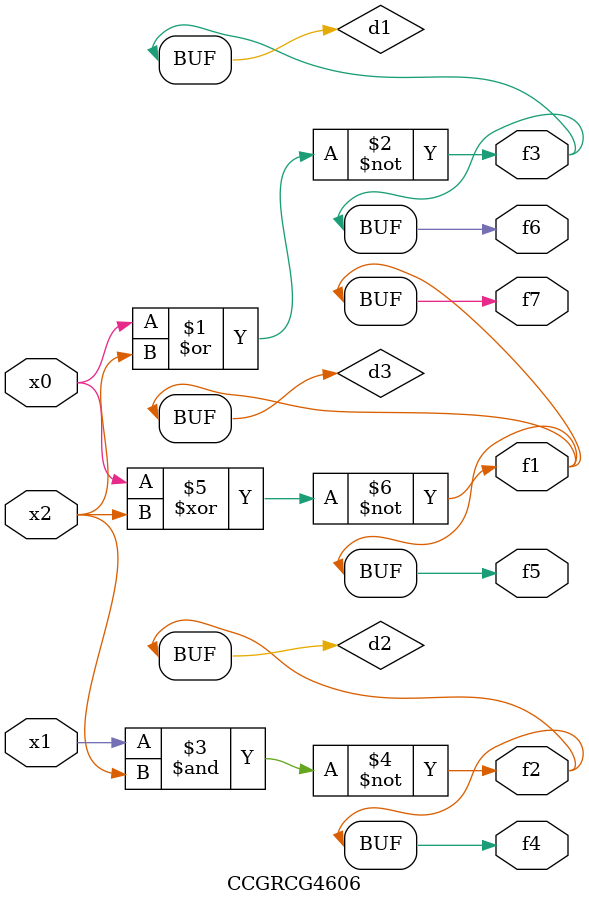
<source format=v>
module CCGRCG4606(
	input x0, x1, x2,
	output f1, f2, f3, f4, f5, f6, f7
);

	wire d1, d2, d3;

	nor (d1, x0, x2);
	nand (d2, x1, x2);
	xnor (d3, x0, x2);
	assign f1 = d3;
	assign f2 = d2;
	assign f3 = d1;
	assign f4 = d2;
	assign f5 = d3;
	assign f6 = d1;
	assign f7 = d3;
endmodule

</source>
